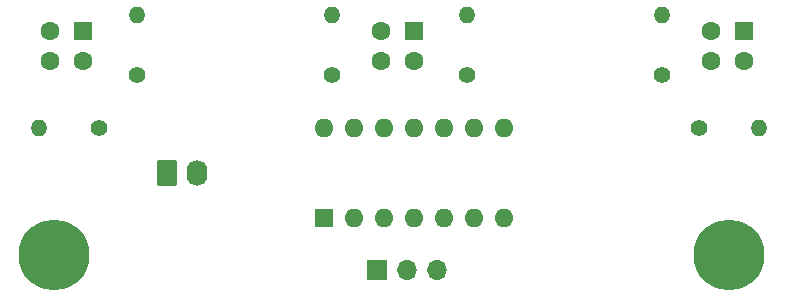
<source format=gbr>
%TF.GenerationSoftware,KiCad,Pcbnew,7.0.9*%
%TF.CreationDate,2024-02-01T16:38:21+03:00*%
%TF.ProjectId,line_sensor,6c696e65-5f73-4656-9e73-6f722e6b6963,rev?*%
%TF.SameCoordinates,Original*%
%TF.FileFunction,Soldermask,Top*%
%TF.FilePolarity,Negative*%
%FSLAX46Y46*%
G04 Gerber Fmt 4.6, Leading zero omitted, Abs format (unit mm)*
G04 Created by KiCad (PCBNEW 7.0.9) date 2024-02-01 16:38:21*
%MOMM*%
%LPD*%
G01*
G04 APERTURE LIST*
G04 Aperture macros list*
%AMRoundRect*
0 Rectangle with rounded corners*
0 $1 Rounding radius*
0 $2 $3 $4 $5 $6 $7 $8 $9 X,Y pos of 4 corners*
0 Add a 4 corners polygon primitive as box body*
4,1,4,$2,$3,$4,$5,$6,$7,$8,$9,$2,$3,0*
0 Add four circle primitives for the rounded corners*
1,1,$1+$1,$2,$3*
1,1,$1+$1,$4,$5*
1,1,$1+$1,$6,$7*
1,1,$1+$1,$8,$9*
0 Add four rect primitives between the rounded corners*
20,1,$1+$1,$2,$3,$4,$5,0*
20,1,$1+$1,$4,$5,$6,$7,0*
20,1,$1+$1,$6,$7,$8,$9,0*
20,1,$1+$1,$8,$9,$2,$3,0*%
G04 Aperture macros list end*
%ADD10C,0.800000*%
%ADD11C,6.000000*%
%ADD12R,1.600000X1.600000*%
%ADD13O,1.600000X1.600000*%
%ADD14RoundRect,0.249600X0.550400X0.550400X-0.550400X0.550400X-0.550400X-0.550400X0.550400X-0.550400X0*%
%ADD15C,1.600000*%
%ADD16C,1.400000*%
%ADD17O,1.400000X1.400000*%
%ADD18O,1.700000X1.700000*%
%ADD19R,1.700000X1.700000*%
%ADD20RoundRect,0.250000X-0.620000X-0.845000X0.620000X-0.845000X0.620000X0.845000X-0.620000X0.845000X0*%
%ADD21O,1.740000X2.190000*%
G04 APERTURE END LIST*
D10*
%TO.C,REF\u002A\u002A*%
X98080000Y-65405000D03*
X98739010Y-63814010D03*
X98739010Y-66995990D03*
X100330000Y-63155000D03*
D11*
X100330000Y-65405000D03*
D10*
X100330000Y-67655000D03*
X101920990Y-63814010D03*
X101920990Y-66995990D03*
X102580000Y-65405000D03*
%TD*%
D11*
%TO.C,REF\u002A\u002A*%
X157480000Y-65405000D03*
D10*
X159070990Y-63814010D03*
X155889010Y-66995990D03*
X159070990Y-66995990D03*
X159730000Y-65405000D03*
X157480000Y-67655000D03*
X157480000Y-63155000D03*
X155230000Y-65405000D03*
X155889010Y-63814010D03*
%TD*%
D12*
%TO.C,U4*%
X123190000Y-62230000D03*
D13*
X125730000Y-62230000D03*
X128270000Y-62230000D03*
X130810000Y-62230000D03*
X133350000Y-62230000D03*
X135890000Y-62230000D03*
X138430000Y-62230000D03*
X138430000Y-54610000D03*
X135890000Y-54610000D03*
X133350000Y-54610000D03*
X130810000Y-54610000D03*
X128270000Y-54610000D03*
X125730000Y-54610000D03*
X123190000Y-54610000D03*
%TD*%
D14*
%TO.C,U3*%
X158750000Y-46437500D03*
D15*
X158750000Y-48977500D03*
X155950000Y-48977500D03*
X155950000Y-46437500D03*
%TD*%
D14*
%TO.C,U2*%
X130810000Y-46437500D03*
D15*
X130810000Y-48977500D03*
X128010000Y-48977500D03*
X128010000Y-46437500D03*
%TD*%
%TO.C,U1*%
X99940000Y-46437500D03*
X99940000Y-48977500D03*
X102740000Y-48977500D03*
D14*
X102740000Y-46437500D03*
%TD*%
D16*
%TO.C,R6*%
X154940000Y-54610000D03*
D17*
X160020000Y-54610000D03*
%TD*%
D16*
%TO.C,R5*%
X151765000Y-50165000D03*
D17*
X151765000Y-45085000D03*
%TD*%
D16*
%TO.C,R4*%
X135255000Y-50165000D03*
D17*
X135255000Y-45085000D03*
%TD*%
D16*
%TO.C,R3*%
X123825000Y-50165000D03*
D17*
X123825000Y-45085000D03*
%TD*%
D16*
%TO.C,R2*%
X107315000Y-50165000D03*
D17*
X107315000Y-45085000D03*
%TD*%
D16*
%TO.C,R1*%
X104140000Y-54610000D03*
D17*
X99060000Y-54610000D03*
%TD*%
D18*
%TO.C,J2*%
X132715000Y-66675000D03*
X130175000Y-66675000D03*
D19*
X127635000Y-66675000D03*
%TD*%
D20*
%TO.C,J1*%
X109855000Y-58420000D03*
D21*
X112395000Y-58420000D03*
%TD*%
M02*

</source>
